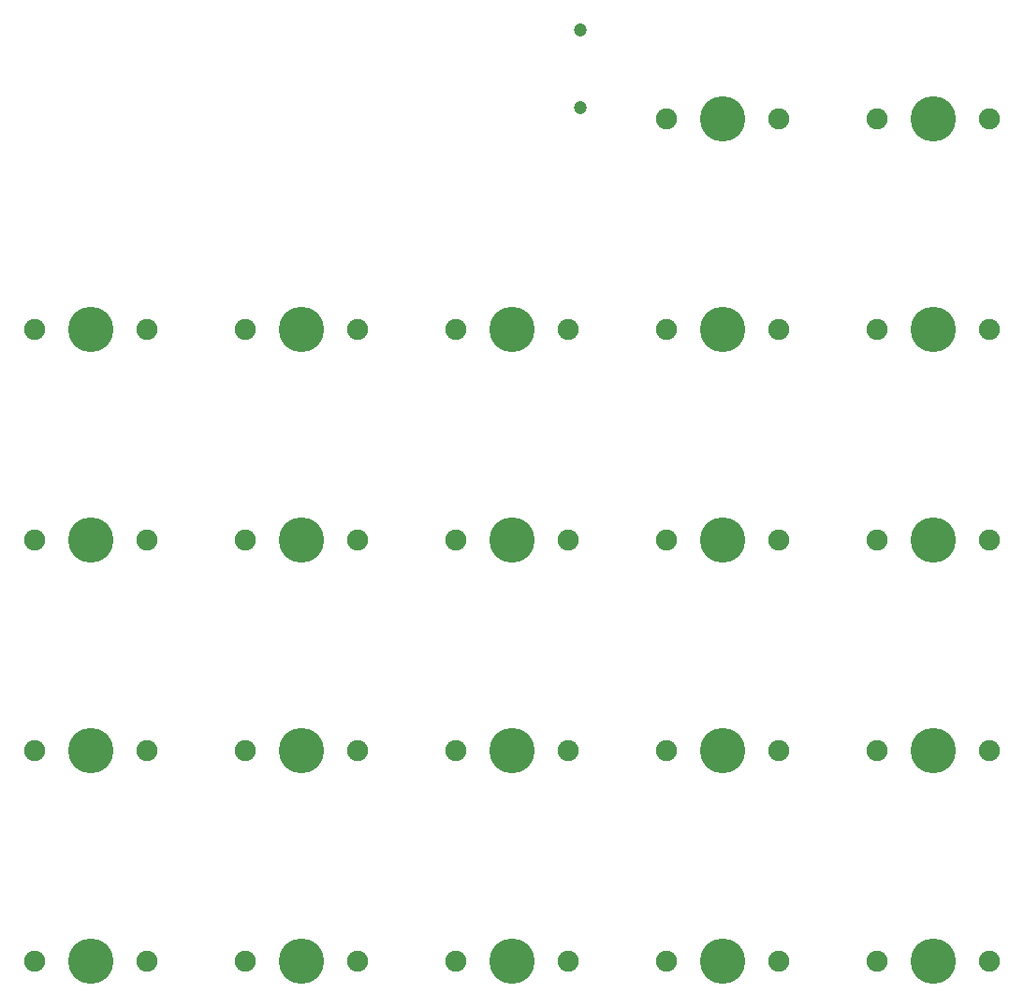
<source format=gbr>
%TF.GenerationSoftware,KiCad,Pcbnew,(5.1.9)-1*%
%TF.CreationDate,2021-02-13T13:30:33+09:00*%
%TF.ProjectId,yuiop22rs,7975696f-7032-4327-9273-2e6b69636164,1*%
%TF.SameCoordinates,Original*%
%TF.FileFunction,Soldermask,Top*%
%TF.FilePolarity,Negative*%
%FSLAX46Y46*%
G04 Gerber Fmt 4.6, Leading zero omitted, Abs format (unit mm)*
G04 Created by KiCad (PCBNEW (5.1.9)-1) date 2021-02-13 13:30:33*
%MOMM*%
%LPD*%
G01*
G04 APERTURE LIST*
%ADD10C,1.200000*%
%ADD11C,4.100000*%
%ADD12C,1.900000*%
G04 APERTURE END LIST*
D10*
%TO.C,J1*%
X103750000Y-51500000D03*
X103750000Y-58500000D03*
%TD*%
D11*
%TO.C,SW1*%
X116675000Y-59525000D03*
D12*
X111595000Y-59525000D03*
X121755000Y-59525000D03*
%TD*%
%TO.C,SW2*%
X140805000Y-59525000D03*
X130645000Y-59525000D03*
D11*
X135725000Y-59525000D03*
%TD*%
%TO.C,SW3*%
X59525000Y-78575000D03*
D12*
X54445000Y-78575000D03*
X64605000Y-78575000D03*
%TD*%
%TO.C,SW4*%
X83655000Y-78575000D03*
X73495000Y-78575000D03*
D11*
X78575000Y-78575000D03*
%TD*%
D12*
%TO.C,SW5*%
X102705000Y-78575000D03*
X92545000Y-78575000D03*
D11*
X97625000Y-78575000D03*
%TD*%
%TO.C,SW6*%
X116675000Y-78575000D03*
D12*
X111595000Y-78575000D03*
X121755000Y-78575000D03*
%TD*%
%TO.C,SW7*%
X140805000Y-78575000D03*
X130645000Y-78575000D03*
D11*
X135725000Y-78575000D03*
%TD*%
%TO.C,SW8*%
X59525000Y-97625000D03*
D12*
X54445000Y-97625000D03*
X64605000Y-97625000D03*
%TD*%
%TO.C,SW9*%
X83655000Y-97625000D03*
X73495000Y-97625000D03*
D11*
X78575000Y-97625000D03*
%TD*%
D12*
%TO.C,SW10*%
X102705000Y-97625000D03*
X92545000Y-97625000D03*
D11*
X97625000Y-97625000D03*
%TD*%
%TO.C,SW11*%
X116675000Y-97625000D03*
D12*
X111595000Y-97625000D03*
X121755000Y-97625000D03*
%TD*%
D11*
%TO.C,SW12*%
X135725000Y-97625000D03*
D12*
X130645000Y-97625000D03*
X140805000Y-97625000D03*
%TD*%
%TO.C,SW13*%
X64605000Y-116675000D03*
X54445000Y-116675000D03*
D11*
X59525000Y-116675000D03*
%TD*%
D12*
%TO.C,SW14*%
X83655000Y-116675000D03*
X73495000Y-116675000D03*
D11*
X78575000Y-116675000D03*
%TD*%
%TO.C,SW15*%
X97625000Y-116675000D03*
D12*
X92545000Y-116675000D03*
X102705000Y-116675000D03*
%TD*%
D11*
%TO.C,SW16*%
X116675000Y-116675000D03*
D12*
X111595000Y-116675000D03*
X121755000Y-116675000D03*
%TD*%
%TO.C,SW17*%
X140805000Y-116675000D03*
X130645000Y-116675000D03*
D11*
X135725000Y-116675000D03*
%TD*%
%TO.C,SW18*%
X59525000Y-135725000D03*
D12*
X54445000Y-135725000D03*
X64605000Y-135725000D03*
%TD*%
%TO.C,SW19*%
X83655000Y-135725000D03*
X73495000Y-135725000D03*
D11*
X78575000Y-135725000D03*
%TD*%
%TO.C,SW20*%
X97625000Y-135725000D03*
D12*
X92545000Y-135725000D03*
X102705000Y-135725000D03*
%TD*%
%TO.C,SW21*%
X121755000Y-135725000D03*
X111595000Y-135725000D03*
D11*
X116675000Y-135725000D03*
%TD*%
%TO.C,SW22*%
X135725000Y-135725000D03*
D12*
X130645000Y-135725000D03*
X140805000Y-135725000D03*
%TD*%
M02*

</source>
